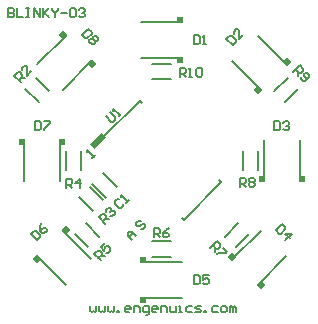
<source format=gto>
%FSLAX24Y24*%
%MOIN*%
G70*
G01*
G75*
G04 Layer_Color=65535*
G04:AMPARAMS|DCode=10|XSize=15.7mil|YSize=43.3mil|CornerRadius=0mil|HoleSize=0mil|Usage=FLASHONLY|Rotation=315.000|XOffset=0mil|YOffset=0mil|HoleType=Round|Shape=Rectangle|*
%AMROTATEDRECTD10*
4,1,4,-0.0209,-0.0097,0.0097,0.0209,0.0209,0.0097,-0.0097,-0.0209,-0.0209,-0.0097,0.0*
%
%ADD10ROTATEDRECTD10*%

G04:AMPARAMS|DCode=11|XSize=102mil|YSize=59mil|CornerRadius=0mil|HoleSize=0mil|Usage=FLASHONLY|Rotation=315.000|XOffset=0mil|YOffset=0mil|HoleType=Round|Shape=Rectangle|*
%AMROTATEDRECTD11*
4,1,4,-0.0569,0.0152,-0.0152,0.0569,0.0569,-0.0152,0.0152,-0.0569,-0.0569,0.0152,0.0*
%
%ADD11ROTATEDRECTD11*%

%ADD12R,0.1020X0.0590*%
G04:AMPARAMS|DCode=13|XSize=102mil|YSize=59mil|CornerRadius=0mil|HoleSize=0mil|Usage=FLASHONLY|Rotation=45.000|XOffset=0mil|YOffset=0mil|HoleType=Round|Shape=Rectangle|*
%AMROTATEDRECTD13*
4,1,4,-0.0152,-0.0569,-0.0569,-0.0152,0.0152,0.0569,0.0569,0.0152,-0.0152,-0.0569,0.0*
%
%ADD13ROTATEDRECTD13*%

%ADD14R,0.0590X0.1020*%
%ADD15R,0.0270X0.0350*%
G04:AMPARAMS|DCode=16|XSize=27mil|YSize=35mil|CornerRadius=0mil|HoleSize=0mil|Usage=FLASHONLY|Rotation=45.000|XOffset=0mil|YOffset=0mil|HoleType=Round|Shape=Rectangle|*
%AMROTATEDRECTD16*
4,1,4,0.0028,-0.0219,-0.0219,0.0028,-0.0028,0.0219,0.0219,-0.0028,0.0028,-0.0219,0.0*
%
%ADD16ROTATEDRECTD16*%

%ADD17R,0.0350X0.0270*%
G04:AMPARAMS|DCode=18|XSize=27mil|YSize=35mil|CornerRadius=0mil|HoleSize=0mil|Usage=FLASHONLY|Rotation=135.000|XOffset=0mil|YOffset=0mil|HoleType=Round|Shape=Rectangle|*
%AMROTATEDRECTD18*
4,1,4,0.0219,0.0028,-0.0028,-0.0219,-0.0219,-0.0028,0.0028,0.0219,0.0219,0.0028,0.0*
%
%ADD18ROTATEDRECTD18*%

%ADD19C,0.0197*%
%ADD20C,0.0070*%
%ADD21C,0.0100*%
%ADD22C,0.0700*%
%ADD23C,0.0300*%
%ADD24R,0.0315X0.0433*%
%ADD25R,0.0800X0.0550*%
%ADD26C,0.7000*%
%ADD27R,0.1098X0.2000*%
%ADD28R,0.0248X0.0787*%
%ADD29C,0.0060*%
G04:AMPARAMS|DCode=30|XSize=21.7mil|YSize=54.1mil|CornerRadius=0mil|HoleSize=0mil|Usage=FLASHONLY|Rotation=315.000|XOffset=0mil|YOffset=0mil|HoleType=Round|Shape=Rectangle|*
%AMROTATEDRECTD30*
4,1,4,-0.0268,-0.0115,0.0115,0.0268,0.0268,0.0115,-0.0115,-0.0268,-0.0268,-0.0115,0.0*
%
%ADD30ROTATEDRECTD30*%

G04:AMPARAMS|DCode=31|XSize=22.6mil|YSize=20.7mil|CornerRadius=0mil|HoleSize=0mil|Usage=FLASHONLY|Rotation=315.000|XOffset=0mil|YOffset=0mil|HoleType=Round|Shape=Rectangle|*
%AMROTATEDRECTD31*
4,1,4,-0.0153,0.0007,-0.0007,0.0153,0.0153,-0.0007,0.0007,-0.0153,-0.0153,0.0007,0.0*
%
%ADD31ROTATEDRECTD31*%

G04:AMPARAMS|DCode=32|XSize=22.6mil|YSize=20.7mil|CornerRadius=0mil|HoleSize=0mil|Usage=FLASHONLY|Rotation=135.000|XOffset=0mil|YOffset=0mil|HoleType=Round|Shape=Rectangle|*
%AMROTATEDRECTD32*
4,1,4,0.0153,-0.0007,0.0007,-0.0153,-0.0153,0.0007,-0.0007,0.0153,0.0153,-0.0007,0.0*
%
%ADD32ROTATEDRECTD32*%

%ADD33R,0.0226X0.0207*%
%ADD34R,0.0226X0.0207*%
G04:AMPARAMS|DCode=35|XSize=22.6mil|YSize=20.7mil|CornerRadius=0mil|HoleSize=0mil|Usage=FLASHONLY|Rotation=45.000|XOffset=0mil|YOffset=0mil|HoleType=Round|Shape=Rectangle|*
%AMROTATEDRECTD35*
4,1,4,-0.0007,-0.0153,-0.0153,-0.0007,0.0007,0.0153,0.0153,0.0007,-0.0007,-0.0153,0.0*
%
%ADD35ROTATEDRECTD35*%

G04:AMPARAMS|DCode=36|XSize=22.6mil|YSize=20.7mil|CornerRadius=0mil|HoleSize=0mil|Usage=FLASHONLY|Rotation=225.000|XOffset=0mil|YOffset=0mil|HoleType=Round|Shape=Rectangle|*
%AMROTATEDRECTD36*
4,1,4,0.0007,0.0153,0.0153,0.0007,-0.0007,-0.0153,-0.0153,-0.0007,0.0007,0.0153,0.0*
%
%ADD36ROTATEDRECTD36*%

%ADD37R,0.0207X0.0226*%
%ADD38R,0.0207X0.0226*%
D20*
X3260Y5988D02*
X4512Y7240D01*
X4589Y7164D01*
X7164Y4589D02*
X7240Y4512D01*
X5911Y3336D02*
X5988Y3260D01*
X7240Y4512D01*
X1095Y8443D02*
X2057Y9405D01*
X1943Y7595D02*
X2905Y8557D01*
X650Y4570D02*
Y5930D01*
X1850Y4570D02*
Y5930D01*
X1095Y2057D02*
X2057Y1095D01*
X1943Y2905D02*
X2905Y1943D01*
X4570Y650D02*
X5930D01*
X4570Y1850D02*
X5930D01*
X8443Y1095D02*
X9405Y2057D01*
X7595Y1943D02*
X8557Y2905D01*
X9850Y4570D02*
Y5930D01*
X8650Y4570D02*
Y5930D01*
X8443Y9405D02*
X9405Y8443D01*
X7595Y8557D02*
X8557Y7595D01*
X4570Y9850D02*
X5930D01*
X4570Y8650D02*
X5930D01*
X4935Y8456D02*
X5565D01*
X4935Y7944D02*
X5565D01*
X8996Y7558D02*
X9442Y8004D01*
X9358Y7196D02*
X9804Y7642D01*
X8456Y4935D02*
Y5565D01*
X7944Y4935D02*
Y5565D01*
X7708Y2346D02*
X8154Y2792D01*
X7346Y2708D02*
X7792Y3154D01*
X4935Y2034D02*
X5565D01*
X4935Y2546D02*
X5565D01*
X2346Y2792D02*
X2792Y2346D01*
X2708Y3154D02*
X3154Y2708D01*
X2556Y4935D02*
Y5565D01*
X2044Y4935D02*
Y5565D01*
X2496Y4012D02*
X2942Y3566D01*
X2858Y4374D02*
X3304Y3928D01*
X1058Y8004D02*
X1504Y7558D01*
X696Y7642D02*
X1142Y7196D01*
X2936Y4452D02*
X3382Y4006D01*
X3298Y4814D02*
X3744Y4368D01*
D29*
X140Y10320D02*
Y10020D01*
X290D01*
X340Y10070D01*
Y10120D01*
X290Y10170D01*
X140D01*
X290D01*
X340Y10220D01*
Y10270D01*
X290Y10320D01*
X140D01*
X440D02*
Y10020D01*
X640D01*
X740Y10320D02*
X840D01*
X790D01*
Y10020D01*
X740D01*
X840D01*
X990D02*
Y10320D01*
X1190Y10020D01*
Y10320D01*
X1290D02*
Y10020D01*
Y10120D01*
X1490Y10320D01*
X1340Y10170D01*
X1490Y10020D01*
X1590Y10320D02*
Y10270D01*
X1690Y10170D01*
X1789Y10270D01*
Y10320D01*
X1690Y10170D02*
Y10020D01*
X1889Y10170D02*
X2089D01*
X2189Y10270D02*
X2239Y10320D01*
X2339D01*
X2389Y10270D01*
Y10070D01*
X2339Y10020D01*
X2239D01*
X2189Y10070D01*
Y10270D01*
X2489D02*
X2539Y10320D01*
X2639D01*
X2689Y10270D01*
Y10220D01*
X2639Y10170D01*
X2589D01*
X2639D01*
X2689Y10120D01*
Y10070D01*
X2639Y10020D01*
X2539D01*
X2489Y10070D01*
X3825Y3948D02*
X3754Y3948D01*
X3683Y3877D01*
Y3807D01*
X3825Y3665D01*
X3895D01*
X3966Y3736D01*
X3966Y3807D01*
X4072Y3842D02*
X4143Y3913D01*
X4107Y3877D01*
X3895Y4089D01*
Y4019D01*
X6310Y9420D02*
Y9120D01*
X6460D01*
X6510Y9170D01*
Y9370D01*
X6460Y9420D01*
X6310D01*
X6610Y9120D02*
X6710D01*
X6660D01*
Y9420D01*
X6610Y9370D01*
X7398Y9292D02*
X7610Y9080D01*
X7716Y9186D01*
X7716Y9257D01*
X7575Y9398D01*
X7504Y9398D01*
X7398Y9292D01*
X7963Y9433D02*
X7822Y9292D01*
Y9575D01*
X7787Y9610D01*
X7716Y9610D01*
X7645Y9539D01*
Y9469D01*
X9000Y6550D02*
Y6250D01*
X9150D01*
X9200Y6300D01*
Y6500D01*
X9150Y6550D01*
X9000D01*
X9300Y6500D02*
X9350Y6550D01*
X9450D01*
X9500Y6500D01*
Y6450D01*
X9450Y6400D01*
X9400D01*
X9450D01*
X9500Y6350D01*
Y6300D01*
X9450Y6250D01*
X9350D01*
X9300Y6300D01*
X9262Y3122D02*
X9050Y2910D01*
X9156Y2804D01*
X9227Y2804D01*
X9368Y2945D01*
X9368Y3016D01*
X9262Y3122D01*
X9368Y2592D02*
X9580Y2804D01*
X9368Y2804D01*
X9509Y2663D01*
X6320Y1420D02*
Y1120D01*
X6470D01*
X6520Y1170D01*
Y1370D01*
X6470Y1420D01*
X6320D01*
X6820D02*
X6620D01*
Y1270D01*
X6720Y1320D01*
X6770D01*
X6820Y1270D01*
Y1170D01*
X6770Y1120D01*
X6670D01*
X6620Y1170D01*
X878Y2792D02*
X1090Y2580D01*
X1196Y2686D01*
X1196Y2757D01*
X1055Y2898D01*
X984Y2898D01*
X878Y2792D01*
X1231Y3146D02*
X1196Y3039D01*
X1196Y2898D01*
X1267Y2827D01*
X1337D01*
X1408Y2898D01*
X1408Y2969D01*
X1373Y3004D01*
X1302Y3004D01*
X1196Y2898D01*
X1020Y6550D02*
Y6250D01*
X1170D01*
X1220Y6300D01*
Y6500D01*
X1170Y6550D01*
X1020D01*
X1320D02*
X1520D01*
Y6500D01*
X1320Y6300D01*
Y6250D01*
X2802Y9642D02*
X2590Y9430D01*
X2696Y9324D01*
X2767Y9324D01*
X2908Y9465D01*
X2908Y9536D01*
X2802Y9642D01*
X2979Y9395D02*
X3049D01*
X3120Y9324D01*
X3120Y9253D01*
X3085Y9218D01*
X3014D01*
X3014Y9147D01*
X2979Y9112D01*
X2908Y9112D01*
X2837Y9183D01*
Y9253D01*
X2873Y9289D01*
X2943D01*
X2943Y9359D01*
X2979Y9395D01*
X2943Y9289D02*
X3014Y9218D01*
X550Y7860D02*
X338Y8072D01*
X444Y8178D01*
X515Y8178D01*
X585Y8107D01*
X585Y8037D01*
X479Y7931D01*
X550Y8001D02*
X691Y8001D01*
X903Y8213D02*
X762Y8072D01*
Y8355D01*
X727Y8390D01*
X656Y8390D01*
X585Y8319D01*
Y8249D01*
X3360Y3140D02*
X3148Y3352D01*
X3254Y3458D01*
X3325Y3458D01*
X3395Y3387D01*
X3395Y3317D01*
X3289Y3211D01*
X3360Y3281D02*
X3501Y3281D01*
X3395Y3529D02*
Y3599D01*
X3466Y3670D01*
X3537Y3670D01*
X3572Y3635D01*
Y3564D01*
X3537Y3529D01*
X3572Y3564D01*
X3643Y3564D01*
X3678Y3529D01*
X3678Y3458D01*
X3607Y3387D01*
X3537D01*
X2060Y4340D02*
Y4640D01*
X2210D01*
X2260Y4590D01*
Y4490D01*
X2210Y4440D01*
X2060D01*
X2160D02*
X2260Y4340D01*
X2510D02*
Y4640D01*
X2360Y4490D01*
X2560D01*
X3210Y1920D02*
X2998Y2132D01*
X3104Y2238D01*
X3175Y2238D01*
X3245Y2167D01*
X3245Y2097D01*
X3139Y1991D01*
X3210Y2061D02*
X3351Y2061D01*
Y2485D02*
X3210Y2344D01*
X3316Y2238D01*
X3351Y2344D01*
X3387Y2379D01*
X3457D01*
X3528Y2309D01*
X3528Y2238D01*
X3457Y2167D01*
X3387D01*
X4990Y2680D02*
Y2980D01*
X5140D01*
X5190Y2930D01*
Y2830D01*
X5140Y2780D01*
X4990D01*
X5090D02*
X5190Y2680D01*
X5490Y2980D02*
X5390Y2930D01*
X5290Y2830D01*
Y2730D01*
X5340Y2680D01*
X5440D01*
X5490Y2730D01*
Y2780D01*
X5440Y2830D01*
X5290D01*
X6870Y2340D02*
X7082Y2552D01*
X7188Y2446D01*
X7188Y2375D01*
X7117Y2305D01*
X7047Y2305D01*
X6941Y2411D01*
X7011Y2340D02*
X7011Y2199D01*
X7294Y2340D02*
X7436Y2199D01*
X7400Y2163D01*
X7117D01*
X7082Y2128D01*
X7850Y4360D02*
Y4660D01*
X8000D01*
X8050Y4610D01*
Y4510D01*
X8000Y4460D01*
X7850D01*
X7950D02*
X8050Y4360D01*
X8150Y4610D02*
X8200Y4660D01*
X8300D01*
X8350Y4610D01*
Y4560D01*
X8300Y4510D01*
X8350Y4460D01*
Y4410D01*
X8300Y4360D01*
X8200D01*
X8150Y4410D01*
Y4460D01*
X8200Y4510D01*
X8150Y4560D01*
Y4610D01*
X8200Y4510D02*
X8300D01*
X9640Y8200D02*
X9852Y8412D01*
X9958Y8306D01*
X9958Y8235D01*
X9887Y8165D01*
X9817Y8165D01*
X9711Y8271D01*
X9781Y8200D02*
X9781Y8059D01*
X9887Y8023D02*
Y7953D01*
X9958Y7882D01*
X10029Y7882D01*
X10170Y8023D01*
X10170Y8094D01*
X10099Y8165D01*
X10029D01*
X9993Y8129D01*
X9993Y8059D01*
X10099Y7953D01*
X5850Y8040D02*
Y8340D01*
X6000D01*
X6050Y8290D01*
Y8190D01*
X6000Y8140D01*
X5850D01*
X5950D02*
X6050Y8040D01*
X6150D02*
X6250D01*
X6200D01*
Y8340D01*
X6150Y8290D01*
X6400D02*
X6450Y8340D01*
X6550D01*
X6600Y8290D01*
Y8090D01*
X6550Y8040D01*
X6450D01*
X6400Y8090D01*
Y8290D01*
X3388Y6712D02*
X3565Y6535D01*
X3635D01*
X3706Y6606D01*
X3706Y6677D01*
X3529Y6853D01*
X3812Y6712D02*
X3883Y6783D01*
X3847Y6747D01*
X3635Y6959D01*
Y6889D01*
X4250Y2580D02*
X4109Y2721D01*
Y2863D01*
X4250D01*
X4391Y2721D01*
X4285Y2827D01*
X4144Y2686D01*
X4545Y3228D02*
X4474Y3228D01*
X4403Y3157D01*
Y3087D01*
X4439Y3051D01*
X4509Y3051D01*
X4580Y3122D01*
X4651Y3122D01*
X4686Y3087D01*
X4686Y3016D01*
X4615Y2945D01*
X4545D01*
X2860Y380D02*
Y230D01*
X2910Y180D01*
X2960Y230D01*
X3010Y180D01*
X3060Y230D01*
Y380D01*
X3160D02*
Y230D01*
X3210Y180D01*
X3260Y230D01*
X3310Y180D01*
X3360Y230D01*
Y380D01*
X3460D02*
Y230D01*
X3510Y180D01*
X3560Y230D01*
X3610Y180D01*
X3660Y230D01*
Y380D01*
X3760Y180D02*
Y230D01*
X3810D01*
Y180D01*
X3760D01*
X4160D02*
X4060D01*
X4010Y230D01*
Y330D01*
X4060Y380D01*
X4160D01*
X4210Y330D01*
Y280D01*
X4010D01*
X4310Y180D02*
Y380D01*
X4459D01*
X4509Y330D01*
Y180D01*
X4709Y80D02*
X4759D01*
X4809Y130D01*
Y380D01*
X4659D01*
X4609Y330D01*
Y230D01*
X4659Y180D01*
X4809D01*
X5059D02*
X4959D01*
X4909Y230D01*
Y330D01*
X4959Y380D01*
X5059D01*
X5109Y330D01*
Y280D01*
X4909D01*
X5209Y180D02*
Y380D01*
X5359D01*
X5409Y330D01*
Y180D01*
X5509Y380D02*
Y230D01*
X5559Y180D01*
X5709D01*
Y380D01*
X5809Y180D02*
X5909D01*
X5859D01*
Y380D01*
X5809D01*
X6259D02*
X6109D01*
X6059Y330D01*
Y230D01*
X6109Y180D01*
X6259D01*
X6359D02*
X6509D01*
X6559Y230D01*
X6509Y280D01*
X6409D01*
X6359Y330D01*
X6409Y380D01*
X6559D01*
X6659Y180D02*
Y230D01*
X6709D01*
Y180D01*
X6659D01*
X7109Y380D02*
X6959D01*
X6909Y330D01*
Y230D01*
X6959Y180D01*
X7109D01*
X7259D02*
X7359D01*
X7409Y230D01*
Y330D01*
X7359Y380D01*
X7259D01*
X7209Y330D01*
Y230D01*
X7259Y180D01*
X7509D02*
Y380D01*
X7558D01*
X7608Y330D01*
Y180D01*
Y330D01*
X7658Y380D01*
X7708Y330D01*
Y180D01*
X2940Y5340D02*
X3011Y5411D01*
X2975Y5375D01*
X2763Y5587D01*
Y5517D01*
D30*
X3124Y5880D02*
D03*
D31*
X2912Y8458D02*
D03*
D32*
X1958Y9412D02*
D03*
X7588Y2042D02*
D03*
X8542Y1088D02*
D03*
D33*
X1924Y5865D02*
D03*
X8576Y4635D02*
D03*
X9924Y4635D02*
D03*
D34*
X576Y5865D02*
D03*
D35*
X2042Y2912D02*
D03*
X8458Y7588D02*
D03*
D36*
X1088Y1958D02*
D03*
X9412Y8542D02*
D03*
D37*
X4635Y1924D02*
D03*
D38*
X4635Y576D02*
D03*
X5865Y8576D02*
D03*
Y9924D02*
D03*
M02*

</source>
